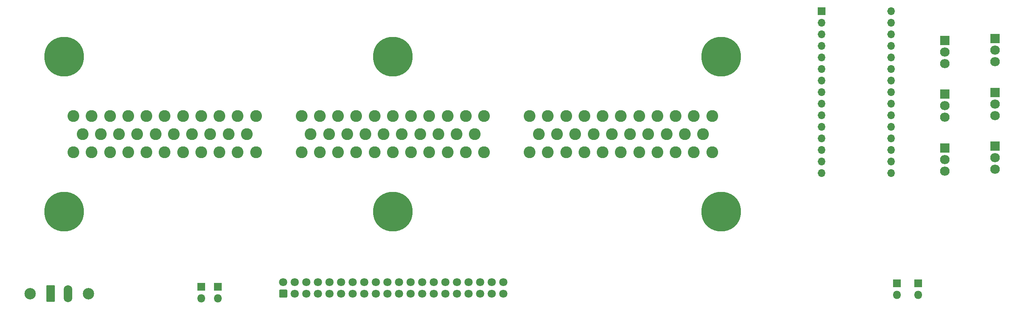
<source format=gbr>
%TF.GenerationSoftware,KiCad,Pcbnew,(5.1.6)-1*%
%TF.CreationDate,2021-10-20T19:30:18-05:00*%
%TF.ProjectId,Jeep JTEC,4a656570-204a-4544-9543-2e6b69636164,rev?*%
%TF.SameCoordinates,Original*%
%TF.FileFunction,Soldermask,Bot*%
%TF.FilePolarity,Negative*%
%FSLAX46Y46*%
G04 Gerber Fmt 4.6, Leading zero omitted, Abs format (unit mm)*
G04 Created by KiCad (PCBNEW (5.1.6)-1) date 2021-10-20 19:30:18*
%MOMM*%
%LPD*%
G01*
G04 APERTURE LIST*
%ADD10C,2.600000*%
%ADD11O,1.800000X1.800000*%
%ADD12R,1.800000X1.800000*%
%ADD13C,1.000000*%
%ADD14C,8.700000*%
%ADD15C,2.500000*%
%ADD16O,1.900000X3.700000*%
%ADD17O,2.100000X2.005000*%
%ADD18R,2.100000X2.005000*%
%ADD19C,1.800000*%
%ADD20O,1.700000X1.700000*%
%ADD21R,1.700000X1.700000*%
G04 APERTURE END LIST*
D10*
%TO.C,C1*%
X50000000Y-85000000D03*
X54000000Y-85000000D03*
X58000000Y-85000000D03*
X62000000Y-85000000D03*
X66000000Y-85000000D03*
X70000000Y-85000000D03*
X74000000Y-85000000D03*
X78000000Y-85000000D03*
X82000000Y-85000000D03*
X86000000Y-85000000D03*
X90000000Y-85000000D03*
X52000000Y-89000000D03*
X56000000Y-89000000D03*
X60000000Y-89000000D03*
X64000000Y-89000000D03*
X68000000Y-89000000D03*
X72000000Y-89000000D03*
X76000000Y-89000000D03*
X80000000Y-89000000D03*
X84000000Y-89000000D03*
X88000000Y-89000000D03*
X50000000Y-93000000D03*
X54000000Y-93000000D03*
X58000000Y-93000000D03*
X62000000Y-93000000D03*
X66000000Y-93000000D03*
X70000000Y-93000000D03*
X74000000Y-93000000D03*
X78000000Y-93000000D03*
X82000000Y-93000000D03*
X86000000Y-93000000D03*
X90000000Y-93000000D03*
%TD*%
%TO.C,C3*%
X150000000Y-85000000D03*
X154000000Y-85000000D03*
X158000000Y-85000000D03*
X162000000Y-85000000D03*
X166000000Y-85000000D03*
X170000000Y-85000000D03*
X174000000Y-85000000D03*
X178000000Y-85000000D03*
X182000000Y-85000000D03*
X186000000Y-85000000D03*
X190000000Y-85000000D03*
X152000000Y-89000000D03*
X156000000Y-89000000D03*
X160000000Y-89000000D03*
X164000000Y-89000000D03*
X168000000Y-89000000D03*
X172000000Y-89000000D03*
X176000000Y-89000000D03*
X180000000Y-89000000D03*
X184000000Y-89000000D03*
X188000000Y-89000000D03*
X150000000Y-93000000D03*
X154000000Y-93000000D03*
X158000000Y-93000000D03*
X162000000Y-93000000D03*
X166000000Y-93000000D03*
X170000000Y-93000000D03*
X174000000Y-93000000D03*
X178000000Y-93000000D03*
X182000000Y-93000000D03*
X186000000Y-93000000D03*
X190000000Y-93000000D03*
%TD*%
%TO.C,C2*%
X100000000Y-85000000D03*
X104000000Y-85000000D03*
X108000000Y-85000000D03*
X112000000Y-85000000D03*
X116000000Y-85000000D03*
X120000000Y-85000000D03*
X124000000Y-85000000D03*
X128000000Y-85000000D03*
X132000000Y-85000000D03*
X136000000Y-85000000D03*
X140000000Y-85000000D03*
X102000000Y-89000000D03*
X106000000Y-89000000D03*
X110000000Y-89000000D03*
X114000000Y-89000000D03*
X118000000Y-89000000D03*
X122000000Y-89000000D03*
X126000000Y-89000000D03*
X130000000Y-89000000D03*
X134000000Y-89000000D03*
X138000000Y-89000000D03*
X100000000Y-93000000D03*
X104000000Y-93000000D03*
X108000000Y-93000000D03*
X112000000Y-93000000D03*
X116000000Y-93000000D03*
X120000000Y-93000000D03*
X124000000Y-93000000D03*
X128000000Y-93000000D03*
X132000000Y-93000000D03*
X136000000Y-93000000D03*
X140000000Y-93000000D03*
%TD*%
D11*
%TO.C,JP5*%
X81650000Y-125040000D03*
D12*
X81650000Y-122500000D03*
%TD*%
D11*
%TO.C,JP4*%
X78000000Y-125040000D03*
D12*
X78000000Y-122500000D03*
%TD*%
D13*
%TO.C,H6*%
X194280419Y-103719581D03*
X192000000Y-102775000D03*
X189719581Y-103719581D03*
X188775000Y-106000000D03*
X189719581Y-108280419D03*
X192000000Y-109225000D03*
X194280419Y-108280419D03*
X195225000Y-106000000D03*
D14*
X192000000Y-106000000D03*
%TD*%
D13*
%TO.C,H5*%
X194280419Y-69719581D03*
X192000000Y-68775000D03*
X189719581Y-69719581D03*
X188775000Y-72000000D03*
X189719581Y-74280419D03*
X192000000Y-75225000D03*
X194280419Y-74280419D03*
X195225000Y-72000000D03*
D14*
X192000000Y-72000000D03*
%TD*%
D13*
%TO.C,H4*%
X50280419Y-69719581D03*
X48000000Y-68775000D03*
X45719581Y-69719581D03*
X44775000Y-72000000D03*
X45719581Y-74280419D03*
X48000000Y-75225000D03*
X50280419Y-74280419D03*
X51225000Y-72000000D03*
D14*
X48000000Y-72000000D03*
%TD*%
D13*
%TO.C,H3*%
X122280419Y-69719581D03*
X120000000Y-68775000D03*
X117719581Y-69719581D03*
X116775000Y-72000000D03*
X117719581Y-74280419D03*
X120000000Y-75225000D03*
X122280419Y-74280419D03*
X123225000Y-72000000D03*
D14*
X120000000Y-72000000D03*
%TD*%
D13*
%TO.C,H2*%
X50280419Y-103719581D03*
X48000000Y-102775000D03*
X45719581Y-103719581D03*
X44775000Y-106000000D03*
X45719581Y-108280419D03*
X48000000Y-109225000D03*
X50280419Y-108280419D03*
X51225000Y-106000000D03*
D14*
X48000000Y-106000000D03*
%TD*%
D13*
%TO.C,H1*%
X122280419Y-103719581D03*
X120000000Y-102775000D03*
X117719581Y-103719581D03*
X116775000Y-106000000D03*
X117719581Y-108280419D03*
X120000000Y-109225000D03*
X122280419Y-108280419D03*
X123225000Y-106000000D03*
D14*
X120000000Y-106000000D03*
%TD*%
D15*
%TO.C,J2*%
X53310000Y-124000000D03*
X40500000Y-124000000D03*
D16*
X48810000Y-124000000D03*
G36*
G01*
X44050000Y-125586111D02*
X44050000Y-122413889D01*
G75*
G02*
X44313889Y-122150000I263889J0D01*
G01*
X45686111Y-122150000D01*
G75*
G02*
X45950000Y-122413889I0J-263889D01*
G01*
X45950000Y-125586111D01*
G75*
G02*
X45686111Y-125850000I-263889J0D01*
G01*
X44313889Y-125850000D01*
G75*
G02*
X44050000Y-125586111I0J263889D01*
G01*
G37*
%TD*%
D17*
%TO.C,Q8*%
X241000000Y-97080000D03*
X241000000Y-94540000D03*
D18*
X241000000Y-92000000D03*
%TD*%
D17*
%TO.C,Q7*%
X241000000Y-85280000D03*
X241000000Y-82740000D03*
D18*
X241000000Y-80200000D03*
%TD*%
D17*
%TO.C,Q6*%
X241000000Y-73480000D03*
X241000000Y-70940000D03*
D18*
X241000000Y-68400000D03*
%TD*%
D17*
%TO.C,Q5*%
X252000000Y-96680000D03*
X252000000Y-94140000D03*
D18*
X252000000Y-91600000D03*
%TD*%
D17*
%TO.C,Q4*%
X252000000Y-84880000D03*
X252000000Y-82340000D03*
D18*
X252000000Y-79800000D03*
%TD*%
D17*
%TO.C,Q3*%
X252000000Y-73080000D03*
X252000000Y-70540000D03*
D18*
X252000000Y-68000000D03*
%TD*%
D11*
%TO.C,JP2*%
X230540000Y-124280000D03*
D12*
X230540000Y-121740000D03*
%TD*%
D11*
%TO.C,JP1*%
X235190000Y-124280000D03*
D12*
X235190000Y-121740000D03*
%TD*%
D19*
%TO.C,J1*%
X144260000Y-121460000D03*
X141720000Y-121460000D03*
X139180000Y-121460000D03*
X136640000Y-121460000D03*
X134100000Y-121460000D03*
X131560000Y-121460000D03*
X129020000Y-121460000D03*
X126480000Y-121460000D03*
X123940000Y-121460000D03*
X121400000Y-121460000D03*
X118860000Y-121460000D03*
X116320000Y-121460000D03*
X113780000Y-121460000D03*
X111240000Y-121460000D03*
X108700000Y-121460000D03*
X106160000Y-121460000D03*
X103620000Y-121460000D03*
X101080000Y-121460000D03*
X98540000Y-121460000D03*
X96000000Y-121460000D03*
X144260000Y-124000000D03*
X141720000Y-124000000D03*
X139180000Y-124000000D03*
X136640000Y-124000000D03*
X134100000Y-124000000D03*
X131560000Y-124000000D03*
X129020000Y-124000000D03*
X126480000Y-124000000D03*
X123940000Y-124000000D03*
X121400000Y-124000000D03*
X118860000Y-124000000D03*
X116320000Y-124000000D03*
X113780000Y-124000000D03*
X111240000Y-124000000D03*
X108700000Y-124000000D03*
X106160000Y-124000000D03*
X103620000Y-124000000D03*
X101080000Y-124000000D03*
X98540000Y-124000000D03*
G36*
G01*
X96635294Y-124900000D02*
X95364706Y-124900000D01*
G75*
G02*
X95100000Y-124635294I0J264706D01*
G01*
X95100000Y-123364706D01*
G75*
G02*
X95364706Y-123100000I264706J0D01*
G01*
X96635294Y-123100000D01*
G75*
G02*
X96900000Y-123364706I0J-264706D01*
G01*
X96900000Y-124635294D01*
G75*
G02*
X96635294Y-124900000I-264706J0D01*
G01*
G37*
%TD*%
D20*
%TO.C,A1*%
X229240000Y-97560000D03*
X214000000Y-97560000D03*
X229240000Y-62000000D03*
X214000000Y-95020000D03*
X229240000Y-64540000D03*
X214000000Y-92480000D03*
X229240000Y-67080000D03*
X214000000Y-89940000D03*
X229240000Y-69620000D03*
X214000000Y-87400000D03*
X229240000Y-72160000D03*
X214000000Y-84860000D03*
X229240000Y-74700000D03*
X214000000Y-82320000D03*
X229240000Y-77240000D03*
X214000000Y-79780000D03*
X229240000Y-79780000D03*
X214000000Y-77240000D03*
X229240000Y-82320000D03*
X214000000Y-74700000D03*
X229240000Y-84860000D03*
X214000000Y-72160000D03*
X229240000Y-87400000D03*
X214000000Y-69620000D03*
X229240000Y-89940000D03*
X214000000Y-67080000D03*
X229240000Y-92480000D03*
X214000000Y-64540000D03*
X229240000Y-95020000D03*
D21*
X214000000Y-62000000D03*
%TD*%
M02*

</source>
